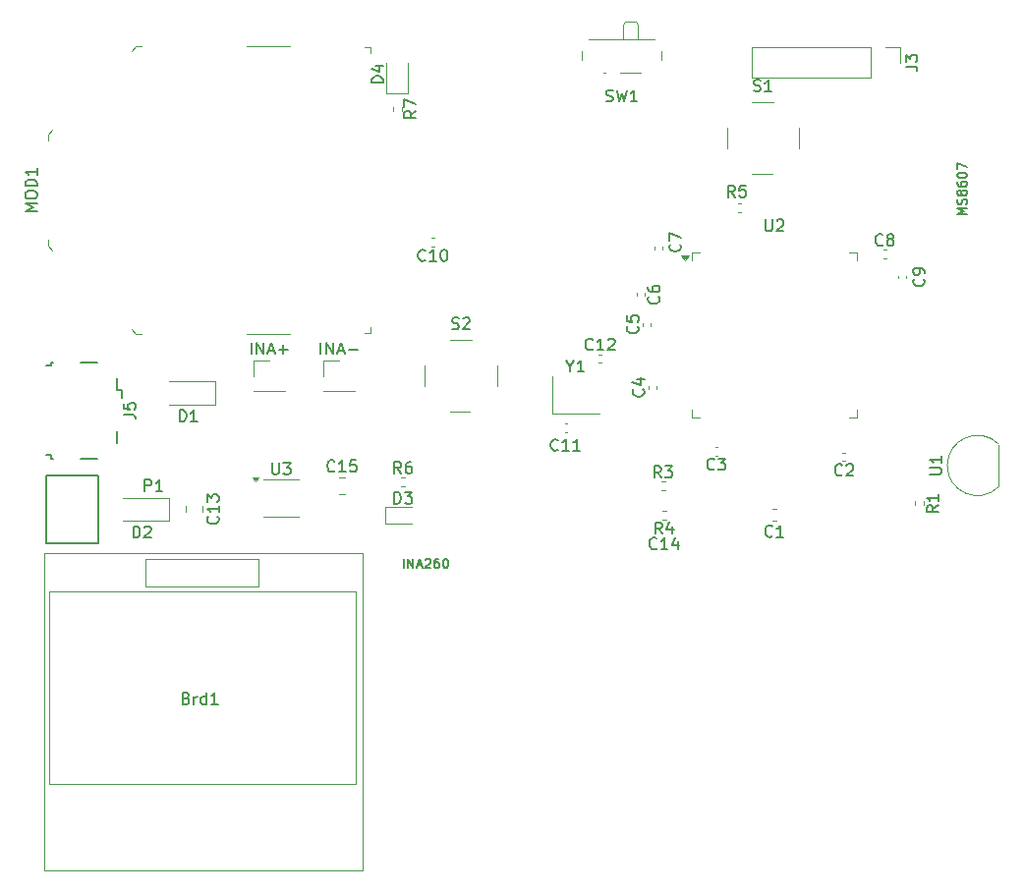
<source format=gbr>
%TF.GenerationSoftware,KiCad,Pcbnew,8.0.5*%
%TF.CreationDate,2024-11-27T11:25:18-05:00*%
%TF.ProjectId,Alfond PCB,416c666f-6e64-4205-9043-422e6b696361,rev?*%
%TF.SameCoordinates,Original*%
%TF.FileFunction,Legend,Top*%
%TF.FilePolarity,Positive*%
%FSLAX46Y46*%
G04 Gerber Fmt 4.6, Leading zero omitted, Abs format (unit mm)*
G04 Created by KiCad (PCBNEW 8.0.5) date 2024-11-27 11:25:18*
%MOMM*%
%LPD*%
G01*
G04 APERTURE LIST*
%ADD10C,0.150000*%
%ADD11C,0.146304*%
%ADD12C,0.120000*%
%ADD13C,0.127000*%
%ADD14C,0.100000*%
G04 APERTURE END LIST*
D10*
X206423809Y-76678628D02*
X206423809Y-77154819D01*
X206090476Y-76154819D02*
X206423809Y-76678628D01*
X206423809Y-76678628D02*
X206757142Y-76154819D01*
X207614285Y-77154819D02*
X207042857Y-77154819D01*
X207328571Y-77154819D02*
X207328571Y-76154819D01*
X207328571Y-76154819D02*
X207233333Y-76297676D01*
X207233333Y-76297676D02*
X207138095Y-76392914D01*
X207138095Y-76392914D02*
X207042857Y-76440533D01*
X193124819Y-54666666D02*
X192648628Y-54999999D01*
X193124819Y-55238094D02*
X192124819Y-55238094D01*
X192124819Y-55238094D02*
X192124819Y-54857142D01*
X192124819Y-54857142D02*
X192172438Y-54761904D01*
X192172438Y-54761904D02*
X192220057Y-54714285D01*
X192220057Y-54714285D02*
X192315295Y-54666666D01*
X192315295Y-54666666D02*
X192458152Y-54666666D01*
X192458152Y-54666666D02*
X192553390Y-54714285D01*
X192553390Y-54714285D02*
X192601009Y-54761904D01*
X192601009Y-54761904D02*
X192648628Y-54857142D01*
X192648628Y-54857142D02*
X192648628Y-55238094D01*
X192124819Y-54333332D02*
X192124819Y-53666666D01*
X192124819Y-53666666D02*
X193124819Y-54095237D01*
X180738095Y-85004819D02*
X180738095Y-85814342D01*
X180738095Y-85814342D02*
X180785714Y-85909580D01*
X180785714Y-85909580D02*
X180833333Y-85957200D01*
X180833333Y-85957200D02*
X180928571Y-86004819D01*
X180928571Y-86004819D02*
X181119047Y-86004819D01*
X181119047Y-86004819D02*
X181214285Y-85957200D01*
X181214285Y-85957200D02*
X181261904Y-85909580D01*
X181261904Y-85909580D02*
X181309523Y-85814342D01*
X181309523Y-85814342D02*
X181309523Y-85004819D01*
X181690476Y-85004819D02*
X182309523Y-85004819D01*
X182309523Y-85004819D02*
X181976190Y-85385771D01*
X181976190Y-85385771D02*
X182119047Y-85385771D01*
X182119047Y-85385771D02*
X182214285Y-85433390D01*
X182214285Y-85433390D02*
X182261904Y-85481009D01*
X182261904Y-85481009D02*
X182309523Y-85576247D01*
X182309523Y-85576247D02*
X182309523Y-85814342D01*
X182309523Y-85814342D02*
X182261904Y-85909580D01*
X182261904Y-85909580D02*
X182214285Y-85957200D01*
X182214285Y-85957200D02*
X182119047Y-86004819D01*
X182119047Y-86004819D02*
X181833333Y-86004819D01*
X181833333Y-86004819D02*
X181738095Y-85957200D01*
X181738095Y-85957200D02*
X181690476Y-85909580D01*
X223238095Y-64034819D02*
X223238095Y-64844342D01*
X223238095Y-64844342D02*
X223285714Y-64939580D01*
X223285714Y-64939580D02*
X223333333Y-64987200D01*
X223333333Y-64987200D02*
X223428571Y-65034819D01*
X223428571Y-65034819D02*
X223619047Y-65034819D01*
X223619047Y-65034819D02*
X223714285Y-64987200D01*
X223714285Y-64987200D02*
X223761904Y-64939580D01*
X223761904Y-64939580D02*
X223809523Y-64844342D01*
X223809523Y-64844342D02*
X223809523Y-64034819D01*
X224238095Y-64130057D02*
X224285714Y-64082438D01*
X224285714Y-64082438D02*
X224380952Y-64034819D01*
X224380952Y-64034819D02*
X224619047Y-64034819D01*
X224619047Y-64034819D02*
X224714285Y-64082438D01*
X224714285Y-64082438D02*
X224761904Y-64130057D01*
X224761904Y-64130057D02*
X224809523Y-64225295D01*
X224809523Y-64225295D02*
X224809523Y-64320533D01*
X224809523Y-64320533D02*
X224761904Y-64463390D01*
X224761904Y-64463390D02*
X224190476Y-65034819D01*
X224190476Y-65034819D02*
X224809523Y-65034819D01*
X193924642Y-67519580D02*
X193877023Y-67567200D01*
X193877023Y-67567200D02*
X193734166Y-67614819D01*
X193734166Y-67614819D02*
X193638928Y-67614819D01*
X193638928Y-67614819D02*
X193496071Y-67567200D01*
X193496071Y-67567200D02*
X193400833Y-67471961D01*
X193400833Y-67471961D02*
X193353214Y-67376723D01*
X193353214Y-67376723D02*
X193305595Y-67186247D01*
X193305595Y-67186247D02*
X193305595Y-67043390D01*
X193305595Y-67043390D02*
X193353214Y-66852914D01*
X193353214Y-66852914D02*
X193400833Y-66757676D01*
X193400833Y-66757676D02*
X193496071Y-66662438D01*
X193496071Y-66662438D02*
X193638928Y-66614819D01*
X193638928Y-66614819D02*
X193734166Y-66614819D01*
X193734166Y-66614819D02*
X193877023Y-66662438D01*
X193877023Y-66662438D02*
X193924642Y-66710057D01*
X194877023Y-67614819D02*
X194305595Y-67614819D01*
X194591309Y-67614819D02*
X194591309Y-66614819D01*
X194591309Y-66614819D02*
X194496071Y-66757676D01*
X194496071Y-66757676D02*
X194400833Y-66852914D01*
X194400833Y-66852914D02*
X194305595Y-66900533D01*
X195496071Y-66614819D02*
X195591309Y-66614819D01*
X195591309Y-66614819D02*
X195686547Y-66662438D01*
X195686547Y-66662438D02*
X195734166Y-66710057D01*
X195734166Y-66710057D02*
X195781785Y-66805295D01*
X195781785Y-66805295D02*
X195829404Y-66995771D01*
X195829404Y-66995771D02*
X195829404Y-67233866D01*
X195829404Y-67233866D02*
X195781785Y-67424342D01*
X195781785Y-67424342D02*
X195734166Y-67519580D01*
X195734166Y-67519580D02*
X195686547Y-67567200D01*
X195686547Y-67567200D02*
X195591309Y-67614819D01*
X195591309Y-67614819D02*
X195496071Y-67614819D01*
X195496071Y-67614819D02*
X195400833Y-67567200D01*
X195400833Y-67567200D02*
X195353214Y-67519580D01*
X195353214Y-67519580D02*
X195305595Y-67424342D01*
X195305595Y-67424342D02*
X195257976Y-67233866D01*
X195257976Y-67233866D02*
X195257976Y-66995771D01*
X195257976Y-66995771D02*
X195305595Y-66805295D01*
X195305595Y-66805295D02*
X195353214Y-66710057D01*
X195353214Y-66710057D02*
X195400833Y-66662438D01*
X195400833Y-66662438D02*
X195496071Y-66614819D01*
X178928572Y-75624819D02*
X178928572Y-74624819D01*
X179404762Y-75624819D02*
X179404762Y-74624819D01*
X179404762Y-74624819D02*
X179976190Y-75624819D01*
X179976190Y-75624819D02*
X179976190Y-74624819D01*
X180404762Y-75339104D02*
X180880952Y-75339104D01*
X180309524Y-75624819D02*
X180642857Y-74624819D01*
X180642857Y-74624819D02*
X180976190Y-75624819D01*
X181309524Y-75243866D02*
X182071429Y-75243866D01*
X181690476Y-75624819D02*
X181690476Y-74862914D01*
D11*
X192050528Y-94065687D02*
X192050528Y-93265687D01*
X192431480Y-94065687D02*
X192431480Y-93265687D01*
X192431480Y-93265687D02*
X192888623Y-94065687D01*
X192888623Y-94065687D02*
X192888623Y-93265687D01*
X193231479Y-93837115D02*
X193612432Y-93837115D01*
X193155289Y-94065687D02*
X193421956Y-93265687D01*
X193421956Y-93265687D02*
X193688622Y-94065687D01*
X193917193Y-93341877D02*
X193955289Y-93303782D01*
X193955289Y-93303782D02*
X194031479Y-93265687D01*
X194031479Y-93265687D02*
X194221955Y-93265687D01*
X194221955Y-93265687D02*
X194298146Y-93303782D01*
X194298146Y-93303782D02*
X194336241Y-93341877D01*
X194336241Y-93341877D02*
X194374336Y-93418068D01*
X194374336Y-93418068D02*
X194374336Y-93494258D01*
X194374336Y-93494258D02*
X194336241Y-93608544D01*
X194336241Y-93608544D02*
X193879098Y-94065687D01*
X193879098Y-94065687D02*
X194374336Y-94065687D01*
X195060051Y-93265687D02*
X194907670Y-93265687D01*
X194907670Y-93265687D02*
X194831479Y-93303782D01*
X194831479Y-93303782D02*
X194793384Y-93341877D01*
X194793384Y-93341877D02*
X194717194Y-93456163D01*
X194717194Y-93456163D02*
X194679098Y-93608544D01*
X194679098Y-93608544D02*
X194679098Y-93913306D01*
X194679098Y-93913306D02*
X194717194Y-93989496D01*
X194717194Y-93989496D02*
X194755289Y-94027592D01*
X194755289Y-94027592D02*
X194831479Y-94065687D01*
X194831479Y-94065687D02*
X194983860Y-94065687D01*
X194983860Y-94065687D02*
X195060051Y-94027592D01*
X195060051Y-94027592D02*
X195098146Y-93989496D01*
X195098146Y-93989496D02*
X195136241Y-93913306D01*
X195136241Y-93913306D02*
X195136241Y-93722830D01*
X195136241Y-93722830D02*
X195098146Y-93646639D01*
X195098146Y-93646639D02*
X195060051Y-93608544D01*
X195060051Y-93608544D02*
X194983860Y-93570449D01*
X194983860Y-93570449D02*
X194831479Y-93570449D01*
X194831479Y-93570449D02*
X194755289Y-93608544D01*
X194755289Y-93608544D02*
X194717194Y-93646639D01*
X194717194Y-93646639D02*
X194679098Y-93722830D01*
X195631480Y-93265687D02*
X195707670Y-93265687D01*
X195707670Y-93265687D02*
X195783861Y-93303782D01*
X195783861Y-93303782D02*
X195821956Y-93341877D01*
X195821956Y-93341877D02*
X195860051Y-93418068D01*
X195860051Y-93418068D02*
X195898146Y-93570449D01*
X195898146Y-93570449D02*
X195898146Y-93760925D01*
X195898146Y-93760925D02*
X195860051Y-93913306D01*
X195860051Y-93913306D02*
X195821956Y-93989496D01*
X195821956Y-93989496D02*
X195783861Y-94027592D01*
X195783861Y-94027592D02*
X195707670Y-94065687D01*
X195707670Y-94065687D02*
X195631480Y-94065687D01*
X195631480Y-94065687D02*
X195555289Y-94027592D01*
X195555289Y-94027592D02*
X195517194Y-93989496D01*
X195517194Y-93989496D02*
X195479099Y-93913306D01*
X195479099Y-93913306D02*
X195441003Y-93760925D01*
X195441003Y-93760925D02*
X195441003Y-93570449D01*
X195441003Y-93570449D02*
X195479099Y-93418068D01*
X195479099Y-93418068D02*
X195517194Y-93341877D01*
X195517194Y-93341877D02*
X195555289Y-93303782D01*
X195555289Y-93303782D02*
X195631480Y-93265687D01*
D10*
X184928572Y-75624819D02*
X184928572Y-74624819D01*
X185404762Y-75624819D02*
X185404762Y-74624819D01*
X185404762Y-74624819D02*
X185976190Y-75624819D01*
X185976190Y-75624819D02*
X185976190Y-74624819D01*
X186404762Y-75339104D02*
X186880952Y-75339104D01*
X186309524Y-75624819D02*
X186642857Y-74624819D01*
X186642857Y-74624819D02*
X186976190Y-75624819D01*
X187309524Y-75243866D02*
X188071429Y-75243866D01*
X236859580Y-69166666D02*
X236907200Y-69214285D01*
X236907200Y-69214285D02*
X236954819Y-69357142D01*
X236954819Y-69357142D02*
X236954819Y-69452380D01*
X236954819Y-69452380D02*
X236907200Y-69595237D01*
X236907200Y-69595237D02*
X236811961Y-69690475D01*
X236811961Y-69690475D02*
X236716723Y-69738094D01*
X236716723Y-69738094D02*
X236526247Y-69785713D01*
X236526247Y-69785713D02*
X236383390Y-69785713D01*
X236383390Y-69785713D02*
X236192914Y-69738094D01*
X236192914Y-69738094D02*
X236097676Y-69690475D01*
X236097676Y-69690475D02*
X236002438Y-69595237D01*
X236002438Y-69595237D02*
X235954819Y-69452380D01*
X235954819Y-69452380D02*
X235954819Y-69357142D01*
X235954819Y-69357142D02*
X236002438Y-69214285D01*
X236002438Y-69214285D02*
X236050057Y-69166666D01*
X236954819Y-68690475D02*
X236954819Y-68499999D01*
X236954819Y-68499999D02*
X236907200Y-68404761D01*
X236907200Y-68404761D02*
X236859580Y-68357142D01*
X236859580Y-68357142D02*
X236716723Y-68261904D01*
X236716723Y-68261904D02*
X236526247Y-68214285D01*
X236526247Y-68214285D02*
X236145295Y-68214285D01*
X236145295Y-68214285D02*
X236050057Y-68261904D01*
X236050057Y-68261904D02*
X236002438Y-68309523D01*
X236002438Y-68309523D02*
X235954819Y-68404761D01*
X235954819Y-68404761D02*
X235954819Y-68595237D01*
X235954819Y-68595237D02*
X236002438Y-68690475D01*
X236002438Y-68690475D02*
X236050057Y-68738094D01*
X236050057Y-68738094D02*
X236145295Y-68785713D01*
X236145295Y-68785713D02*
X236383390Y-68785713D01*
X236383390Y-68785713D02*
X236478628Y-68738094D01*
X236478628Y-68738094D02*
X236526247Y-68690475D01*
X236526247Y-68690475D02*
X236573866Y-68595237D01*
X236573866Y-68595237D02*
X236573866Y-68404761D01*
X236573866Y-68404761D02*
X236526247Y-68309523D01*
X236526247Y-68309523D02*
X236478628Y-68261904D01*
X236478628Y-68261904D02*
X236383390Y-68214285D01*
X220618333Y-62094819D02*
X220285000Y-61618628D01*
X220046905Y-62094819D02*
X220046905Y-61094819D01*
X220046905Y-61094819D02*
X220427857Y-61094819D01*
X220427857Y-61094819D02*
X220523095Y-61142438D01*
X220523095Y-61142438D02*
X220570714Y-61190057D01*
X220570714Y-61190057D02*
X220618333Y-61285295D01*
X220618333Y-61285295D02*
X220618333Y-61428152D01*
X220618333Y-61428152D02*
X220570714Y-61523390D01*
X220570714Y-61523390D02*
X220523095Y-61571009D01*
X220523095Y-61571009D02*
X220427857Y-61618628D01*
X220427857Y-61618628D02*
X220046905Y-61618628D01*
X221523095Y-61094819D02*
X221046905Y-61094819D01*
X221046905Y-61094819D02*
X220999286Y-61571009D01*
X220999286Y-61571009D02*
X221046905Y-61523390D01*
X221046905Y-61523390D02*
X221142143Y-61475771D01*
X221142143Y-61475771D02*
X221380238Y-61475771D01*
X221380238Y-61475771D02*
X221475476Y-61523390D01*
X221475476Y-61523390D02*
X221523095Y-61571009D01*
X221523095Y-61571009D02*
X221570714Y-61666247D01*
X221570714Y-61666247D02*
X221570714Y-61904342D01*
X221570714Y-61904342D02*
X221523095Y-61999580D01*
X221523095Y-61999580D02*
X221475476Y-62047200D01*
X221475476Y-62047200D02*
X221380238Y-62094819D01*
X221380238Y-62094819D02*
X221142143Y-62094819D01*
X221142143Y-62094819D02*
X221046905Y-62047200D01*
X221046905Y-62047200D02*
X220999286Y-61999580D01*
X214333333Y-91124819D02*
X214000000Y-90648628D01*
X213761905Y-91124819D02*
X213761905Y-90124819D01*
X213761905Y-90124819D02*
X214142857Y-90124819D01*
X214142857Y-90124819D02*
X214238095Y-90172438D01*
X214238095Y-90172438D02*
X214285714Y-90220057D01*
X214285714Y-90220057D02*
X214333333Y-90315295D01*
X214333333Y-90315295D02*
X214333333Y-90458152D01*
X214333333Y-90458152D02*
X214285714Y-90553390D01*
X214285714Y-90553390D02*
X214238095Y-90601009D01*
X214238095Y-90601009D02*
X214142857Y-90648628D01*
X214142857Y-90648628D02*
X213761905Y-90648628D01*
X215190476Y-90458152D02*
X215190476Y-91124819D01*
X214952381Y-90077200D02*
X214714286Y-90791485D01*
X214714286Y-90791485D02*
X215333333Y-90791485D01*
X237394819Y-85991904D02*
X238204342Y-85991904D01*
X238204342Y-85991904D02*
X238299580Y-85944285D01*
X238299580Y-85944285D02*
X238347200Y-85896666D01*
X238347200Y-85896666D02*
X238394819Y-85801428D01*
X238394819Y-85801428D02*
X238394819Y-85610952D01*
X238394819Y-85610952D02*
X238347200Y-85515714D01*
X238347200Y-85515714D02*
X238299580Y-85468095D01*
X238299580Y-85468095D02*
X238204342Y-85420476D01*
X238204342Y-85420476D02*
X237394819Y-85420476D01*
X238394819Y-84420476D02*
X238394819Y-84991904D01*
X238394819Y-84706190D02*
X237394819Y-84706190D01*
X237394819Y-84706190D02*
X237537676Y-84801428D01*
X237537676Y-84801428D02*
X237632914Y-84896666D01*
X237632914Y-84896666D02*
X237680533Y-84991904D01*
X214019580Y-70666666D02*
X214067200Y-70714285D01*
X214067200Y-70714285D02*
X214114819Y-70857142D01*
X214114819Y-70857142D02*
X214114819Y-70952380D01*
X214114819Y-70952380D02*
X214067200Y-71095237D01*
X214067200Y-71095237D02*
X213971961Y-71190475D01*
X213971961Y-71190475D02*
X213876723Y-71238094D01*
X213876723Y-71238094D02*
X213686247Y-71285713D01*
X213686247Y-71285713D02*
X213543390Y-71285713D01*
X213543390Y-71285713D02*
X213352914Y-71238094D01*
X213352914Y-71238094D02*
X213257676Y-71190475D01*
X213257676Y-71190475D02*
X213162438Y-71095237D01*
X213162438Y-71095237D02*
X213114819Y-70952380D01*
X213114819Y-70952380D02*
X213114819Y-70857142D01*
X213114819Y-70857142D02*
X213162438Y-70714285D01*
X213162438Y-70714285D02*
X213210057Y-70666666D01*
X213114819Y-69809523D02*
X213114819Y-69999999D01*
X213114819Y-69999999D02*
X213162438Y-70095237D01*
X213162438Y-70095237D02*
X213210057Y-70142856D01*
X213210057Y-70142856D02*
X213352914Y-70238094D01*
X213352914Y-70238094D02*
X213543390Y-70285713D01*
X213543390Y-70285713D02*
X213924342Y-70285713D01*
X213924342Y-70285713D02*
X214019580Y-70238094D01*
X214019580Y-70238094D02*
X214067200Y-70190475D01*
X214067200Y-70190475D02*
X214114819Y-70095237D01*
X214114819Y-70095237D02*
X214114819Y-69904761D01*
X214114819Y-69904761D02*
X214067200Y-69809523D01*
X214067200Y-69809523D02*
X214019580Y-69761904D01*
X214019580Y-69761904D02*
X213924342Y-69714285D01*
X213924342Y-69714285D02*
X213686247Y-69714285D01*
X213686247Y-69714285D02*
X213591009Y-69761904D01*
X213591009Y-69761904D02*
X213543390Y-69809523D01*
X213543390Y-69809523D02*
X213495771Y-69904761D01*
X213495771Y-69904761D02*
X213495771Y-70095237D01*
X213495771Y-70095237D02*
X213543390Y-70190475D01*
X213543390Y-70190475D02*
X213591009Y-70238094D01*
X213591009Y-70238094D02*
X213686247Y-70285713D01*
X168761905Y-91454819D02*
X168761905Y-90454819D01*
X168761905Y-90454819D02*
X169000000Y-90454819D01*
X169000000Y-90454819D02*
X169142857Y-90502438D01*
X169142857Y-90502438D02*
X169238095Y-90597676D01*
X169238095Y-90597676D02*
X169285714Y-90692914D01*
X169285714Y-90692914D02*
X169333333Y-90883390D01*
X169333333Y-90883390D02*
X169333333Y-91026247D01*
X169333333Y-91026247D02*
X169285714Y-91216723D01*
X169285714Y-91216723D02*
X169238095Y-91311961D01*
X169238095Y-91311961D02*
X169142857Y-91407200D01*
X169142857Y-91407200D02*
X169000000Y-91454819D01*
X169000000Y-91454819D02*
X168761905Y-91454819D01*
X169714286Y-90550057D02*
X169761905Y-90502438D01*
X169761905Y-90502438D02*
X169857143Y-90454819D01*
X169857143Y-90454819D02*
X170095238Y-90454819D01*
X170095238Y-90454819D02*
X170190476Y-90502438D01*
X170190476Y-90502438D02*
X170238095Y-90550057D01*
X170238095Y-90550057D02*
X170285714Y-90645295D01*
X170285714Y-90645295D02*
X170285714Y-90740533D01*
X170285714Y-90740533D02*
X170238095Y-90883390D01*
X170238095Y-90883390D02*
X169666667Y-91454819D01*
X169666667Y-91454819D02*
X170285714Y-91454819D01*
D11*
X240565687Y-63599471D02*
X239765687Y-63599471D01*
X239765687Y-63599471D02*
X240337115Y-63332805D01*
X240337115Y-63332805D02*
X239765687Y-63066138D01*
X239765687Y-63066138D02*
X240565687Y-63066138D01*
X240527592Y-62723281D02*
X240565687Y-62608995D01*
X240565687Y-62608995D02*
X240565687Y-62418519D01*
X240565687Y-62418519D02*
X240527592Y-62342328D01*
X240527592Y-62342328D02*
X240489496Y-62304233D01*
X240489496Y-62304233D02*
X240413306Y-62266138D01*
X240413306Y-62266138D02*
X240337115Y-62266138D01*
X240337115Y-62266138D02*
X240260925Y-62304233D01*
X240260925Y-62304233D02*
X240222830Y-62342328D01*
X240222830Y-62342328D02*
X240184734Y-62418519D01*
X240184734Y-62418519D02*
X240146639Y-62570900D01*
X240146639Y-62570900D02*
X240108544Y-62647090D01*
X240108544Y-62647090D02*
X240070449Y-62685185D01*
X240070449Y-62685185D02*
X239994258Y-62723281D01*
X239994258Y-62723281D02*
X239918068Y-62723281D01*
X239918068Y-62723281D02*
X239841877Y-62685185D01*
X239841877Y-62685185D02*
X239803782Y-62647090D01*
X239803782Y-62647090D02*
X239765687Y-62570900D01*
X239765687Y-62570900D02*
X239765687Y-62380423D01*
X239765687Y-62380423D02*
X239803782Y-62266138D01*
X240108544Y-61808995D02*
X240070449Y-61885185D01*
X240070449Y-61885185D02*
X240032353Y-61923280D01*
X240032353Y-61923280D02*
X239956163Y-61961376D01*
X239956163Y-61961376D02*
X239918068Y-61961376D01*
X239918068Y-61961376D02*
X239841877Y-61923280D01*
X239841877Y-61923280D02*
X239803782Y-61885185D01*
X239803782Y-61885185D02*
X239765687Y-61808995D01*
X239765687Y-61808995D02*
X239765687Y-61656614D01*
X239765687Y-61656614D02*
X239803782Y-61580423D01*
X239803782Y-61580423D02*
X239841877Y-61542328D01*
X239841877Y-61542328D02*
X239918068Y-61504233D01*
X239918068Y-61504233D02*
X239956163Y-61504233D01*
X239956163Y-61504233D02*
X240032353Y-61542328D01*
X240032353Y-61542328D02*
X240070449Y-61580423D01*
X240070449Y-61580423D02*
X240108544Y-61656614D01*
X240108544Y-61656614D02*
X240108544Y-61808995D01*
X240108544Y-61808995D02*
X240146639Y-61885185D01*
X240146639Y-61885185D02*
X240184734Y-61923280D01*
X240184734Y-61923280D02*
X240260925Y-61961376D01*
X240260925Y-61961376D02*
X240413306Y-61961376D01*
X240413306Y-61961376D02*
X240489496Y-61923280D01*
X240489496Y-61923280D02*
X240527592Y-61885185D01*
X240527592Y-61885185D02*
X240565687Y-61808995D01*
X240565687Y-61808995D02*
X240565687Y-61656614D01*
X240565687Y-61656614D02*
X240527592Y-61580423D01*
X240527592Y-61580423D02*
X240489496Y-61542328D01*
X240489496Y-61542328D02*
X240413306Y-61504233D01*
X240413306Y-61504233D02*
X240260925Y-61504233D01*
X240260925Y-61504233D02*
X240184734Y-61542328D01*
X240184734Y-61542328D02*
X240146639Y-61580423D01*
X240146639Y-61580423D02*
X240108544Y-61656614D01*
X239765687Y-60818518D02*
X239765687Y-60970899D01*
X239765687Y-60970899D02*
X239803782Y-61047090D01*
X239803782Y-61047090D02*
X239841877Y-61085185D01*
X239841877Y-61085185D02*
X239956163Y-61161375D01*
X239956163Y-61161375D02*
X240108544Y-61199471D01*
X240108544Y-61199471D02*
X240413306Y-61199471D01*
X240413306Y-61199471D02*
X240489496Y-61161375D01*
X240489496Y-61161375D02*
X240527592Y-61123280D01*
X240527592Y-61123280D02*
X240565687Y-61047090D01*
X240565687Y-61047090D02*
X240565687Y-60894709D01*
X240565687Y-60894709D02*
X240527592Y-60818518D01*
X240527592Y-60818518D02*
X240489496Y-60780423D01*
X240489496Y-60780423D02*
X240413306Y-60742328D01*
X240413306Y-60742328D02*
X240222830Y-60742328D01*
X240222830Y-60742328D02*
X240146639Y-60780423D01*
X240146639Y-60780423D02*
X240108544Y-60818518D01*
X240108544Y-60818518D02*
X240070449Y-60894709D01*
X240070449Y-60894709D02*
X240070449Y-61047090D01*
X240070449Y-61047090D02*
X240108544Y-61123280D01*
X240108544Y-61123280D02*
X240146639Y-61161375D01*
X240146639Y-61161375D02*
X240222830Y-61199471D01*
X239765687Y-60247089D02*
X239765687Y-60170899D01*
X239765687Y-60170899D02*
X239803782Y-60094708D01*
X239803782Y-60094708D02*
X239841877Y-60056613D01*
X239841877Y-60056613D02*
X239918068Y-60018518D01*
X239918068Y-60018518D02*
X240070449Y-59980423D01*
X240070449Y-59980423D02*
X240260925Y-59980423D01*
X240260925Y-59980423D02*
X240413306Y-60018518D01*
X240413306Y-60018518D02*
X240489496Y-60056613D01*
X240489496Y-60056613D02*
X240527592Y-60094708D01*
X240527592Y-60094708D02*
X240565687Y-60170899D01*
X240565687Y-60170899D02*
X240565687Y-60247089D01*
X240565687Y-60247089D02*
X240527592Y-60323280D01*
X240527592Y-60323280D02*
X240489496Y-60361375D01*
X240489496Y-60361375D02*
X240413306Y-60399470D01*
X240413306Y-60399470D02*
X240260925Y-60437566D01*
X240260925Y-60437566D02*
X240070449Y-60437566D01*
X240070449Y-60437566D02*
X239918068Y-60399470D01*
X239918068Y-60399470D02*
X239841877Y-60361375D01*
X239841877Y-60361375D02*
X239803782Y-60323280D01*
X239803782Y-60323280D02*
X239765687Y-60247089D01*
X239765687Y-59713756D02*
X239765687Y-59180422D01*
X239765687Y-59180422D02*
X240565687Y-59523280D01*
D10*
X205357142Y-83859580D02*
X205309523Y-83907200D01*
X205309523Y-83907200D02*
X205166666Y-83954819D01*
X205166666Y-83954819D02*
X205071428Y-83954819D01*
X205071428Y-83954819D02*
X204928571Y-83907200D01*
X204928571Y-83907200D02*
X204833333Y-83811961D01*
X204833333Y-83811961D02*
X204785714Y-83716723D01*
X204785714Y-83716723D02*
X204738095Y-83526247D01*
X204738095Y-83526247D02*
X204738095Y-83383390D01*
X204738095Y-83383390D02*
X204785714Y-83192914D01*
X204785714Y-83192914D02*
X204833333Y-83097676D01*
X204833333Y-83097676D02*
X204928571Y-83002438D01*
X204928571Y-83002438D02*
X205071428Y-82954819D01*
X205071428Y-82954819D02*
X205166666Y-82954819D01*
X205166666Y-82954819D02*
X205309523Y-83002438D01*
X205309523Y-83002438D02*
X205357142Y-83050057D01*
X206309523Y-83954819D02*
X205738095Y-83954819D01*
X206023809Y-83954819D02*
X206023809Y-82954819D01*
X206023809Y-82954819D02*
X205928571Y-83097676D01*
X205928571Y-83097676D02*
X205833333Y-83192914D01*
X205833333Y-83192914D02*
X205738095Y-83240533D01*
X207261904Y-83954819D02*
X206690476Y-83954819D01*
X206976190Y-83954819D02*
X206976190Y-82954819D01*
X206976190Y-82954819D02*
X206880952Y-83097676D01*
X206880952Y-83097676D02*
X206785714Y-83192914D01*
X206785714Y-83192914D02*
X206690476Y-83240533D01*
X209516667Y-53827200D02*
X209659524Y-53874819D01*
X209659524Y-53874819D02*
X209897619Y-53874819D01*
X209897619Y-53874819D02*
X209992857Y-53827200D01*
X209992857Y-53827200D02*
X210040476Y-53779580D01*
X210040476Y-53779580D02*
X210088095Y-53684342D01*
X210088095Y-53684342D02*
X210088095Y-53589104D01*
X210088095Y-53589104D02*
X210040476Y-53493866D01*
X210040476Y-53493866D02*
X209992857Y-53446247D01*
X209992857Y-53446247D02*
X209897619Y-53398628D01*
X209897619Y-53398628D02*
X209707143Y-53351009D01*
X209707143Y-53351009D02*
X209611905Y-53303390D01*
X209611905Y-53303390D02*
X209564286Y-53255771D01*
X209564286Y-53255771D02*
X209516667Y-53160533D01*
X209516667Y-53160533D02*
X209516667Y-53065295D01*
X209516667Y-53065295D02*
X209564286Y-52970057D01*
X209564286Y-52970057D02*
X209611905Y-52922438D01*
X209611905Y-52922438D02*
X209707143Y-52874819D01*
X209707143Y-52874819D02*
X209945238Y-52874819D01*
X209945238Y-52874819D02*
X210088095Y-52922438D01*
X210421429Y-52874819D02*
X210659524Y-53874819D01*
X210659524Y-53874819D02*
X210850000Y-53160533D01*
X210850000Y-53160533D02*
X211040476Y-53874819D01*
X211040476Y-53874819D02*
X211278572Y-52874819D01*
X212183333Y-53874819D02*
X211611905Y-53874819D01*
X211897619Y-53874819D02*
X211897619Y-52874819D01*
X211897619Y-52874819D02*
X211802381Y-53017676D01*
X211802381Y-53017676D02*
X211707143Y-53112914D01*
X211707143Y-53112914D02*
X211611905Y-53160533D01*
X172761905Y-81454819D02*
X172761905Y-80454819D01*
X172761905Y-80454819D02*
X173000000Y-80454819D01*
X173000000Y-80454819D02*
X173142857Y-80502438D01*
X173142857Y-80502438D02*
X173238095Y-80597676D01*
X173238095Y-80597676D02*
X173285714Y-80692914D01*
X173285714Y-80692914D02*
X173333333Y-80883390D01*
X173333333Y-80883390D02*
X173333333Y-81026247D01*
X173333333Y-81026247D02*
X173285714Y-81216723D01*
X173285714Y-81216723D02*
X173238095Y-81311961D01*
X173238095Y-81311961D02*
X173142857Y-81407200D01*
X173142857Y-81407200D02*
X173000000Y-81454819D01*
X173000000Y-81454819D02*
X172761905Y-81454819D01*
X174285714Y-81454819D02*
X173714286Y-81454819D01*
X174000000Y-81454819D02*
X174000000Y-80454819D01*
X174000000Y-80454819D02*
X173904762Y-80597676D01*
X173904762Y-80597676D02*
X173809524Y-80692914D01*
X173809524Y-80692914D02*
X173714286Y-80740533D01*
X218833333Y-85519580D02*
X218785714Y-85567200D01*
X218785714Y-85567200D02*
X218642857Y-85614819D01*
X218642857Y-85614819D02*
X218547619Y-85614819D01*
X218547619Y-85614819D02*
X218404762Y-85567200D01*
X218404762Y-85567200D02*
X218309524Y-85471961D01*
X218309524Y-85471961D02*
X218261905Y-85376723D01*
X218261905Y-85376723D02*
X218214286Y-85186247D01*
X218214286Y-85186247D02*
X218214286Y-85043390D01*
X218214286Y-85043390D02*
X218261905Y-84852914D01*
X218261905Y-84852914D02*
X218309524Y-84757676D01*
X218309524Y-84757676D02*
X218404762Y-84662438D01*
X218404762Y-84662438D02*
X218547619Y-84614819D01*
X218547619Y-84614819D02*
X218642857Y-84614819D01*
X218642857Y-84614819D02*
X218785714Y-84662438D01*
X218785714Y-84662438D02*
X218833333Y-84710057D01*
X219166667Y-84614819D02*
X219785714Y-84614819D01*
X219785714Y-84614819D02*
X219452381Y-84995771D01*
X219452381Y-84995771D02*
X219595238Y-84995771D01*
X219595238Y-84995771D02*
X219690476Y-85043390D01*
X219690476Y-85043390D02*
X219738095Y-85091009D01*
X219738095Y-85091009D02*
X219785714Y-85186247D01*
X219785714Y-85186247D02*
X219785714Y-85424342D01*
X219785714Y-85424342D02*
X219738095Y-85519580D01*
X219738095Y-85519580D02*
X219690476Y-85567200D01*
X219690476Y-85567200D02*
X219595238Y-85614819D01*
X219595238Y-85614819D02*
X219309524Y-85614819D01*
X219309524Y-85614819D02*
X219214286Y-85567200D01*
X219214286Y-85567200D02*
X219166667Y-85519580D01*
X215859580Y-66166666D02*
X215907200Y-66214285D01*
X215907200Y-66214285D02*
X215954819Y-66357142D01*
X215954819Y-66357142D02*
X215954819Y-66452380D01*
X215954819Y-66452380D02*
X215907200Y-66595237D01*
X215907200Y-66595237D02*
X215811961Y-66690475D01*
X215811961Y-66690475D02*
X215716723Y-66738094D01*
X215716723Y-66738094D02*
X215526247Y-66785713D01*
X215526247Y-66785713D02*
X215383390Y-66785713D01*
X215383390Y-66785713D02*
X215192914Y-66738094D01*
X215192914Y-66738094D02*
X215097676Y-66690475D01*
X215097676Y-66690475D02*
X215002438Y-66595237D01*
X215002438Y-66595237D02*
X214954819Y-66452380D01*
X214954819Y-66452380D02*
X214954819Y-66357142D01*
X214954819Y-66357142D02*
X215002438Y-66214285D01*
X215002438Y-66214285D02*
X215050057Y-66166666D01*
X214954819Y-65833332D02*
X214954819Y-65166666D01*
X214954819Y-65166666D02*
X215954819Y-65595237D01*
X233333333Y-66199580D02*
X233285714Y-66247200D01*
X233285714Y-66247200D02*
X233142857Y-66294819D01*
X233142857Y-66294819D02*
X233047619Y-66294819D01*
X233047619Y-66294819D02*
X232904762Y-66247200D01*
X232904762Y-66247200D02*
X232809524Y-66151961D01*
X232809524Y-66151961D02*
X232761905Y-66056723D01*
X232761905Y-66056723D02*
X232714286Y-65866247D01*
X232714286Y-65866247D02*
X232714286Y-65723390D01*
X232714286Y-65723390D02*
X232761905Y-65532914D01*
X232761905Y-65532914D02*
X232809524Y-65437676D01*
X232809524Y-65437676D02*
X232904762Y-65342438D01*
X232904762Y-65342438D02*
X233047619Y-65294819D01*
X233047619Y-65294819D02*
X233142857Y-65294819D01*
X233142857Y-65294819D02*
X233285714Y-65342438D01*
X233285714Y-65342438D02*
X233333333Y-65390057D01*
X233904762Y-65723390D02*
X233809524Y-65675771D01*
X233809524Y-65675771D02*
X233761905Y-65628152D01*
X233761905Y-65628152D02*
X233714286Y-65532914D01*
X233714286Y-65532914D02*
X233714286Y-65485295D01*
X233714286Y-65485295D02*
X233761905Y-65390057D01*
X233761905Y-65390057D02*
X233809524Y-65342438D01*
X233809524Y-65342438D02*
X233904762Y-65294819D01*
X233904762Y-65294819D02*
X234095238Y-65294819D01*
X234095238Y-65294819D02*
X234190476Y-65342438D01*
X234190476Y-65342438D02*
X234238095Y-65390057D01*
X234238095Y-65390057D02*
X234285714Y-65485295D01*
X234285714Y-65485295D02*
X234285714Y-65532914D01*
X234285714Y-65532914D02*
X234238095Y-65628152D01*
X234238095Y-65628152D02*
X234190476Y-65675771D01*
X234190476Y-65675771D02*
X234095238Y-65723390D01*
X234095238Y-65723390D02*
X233904762Y-65723390D01*
X233904762Y-65723390D02*
X233809524Y-65771009D01*
X233809524Y-65771009D02*
X233761905Y-65818628D01*
X233761905Y-65818628D02*
X233714286Y-65913866D01*
X233714286Y-65913866D02*
X233714286Y-66104342D01*
X233714286Y-66104342D02*
X233761905Y-66199580D01*
X233761905Y-66199580D02*
X233809524Y-66247200D01*
X233809524Y-66247200D02*
X233904762Y-66294819D01*
X233904762Y-66294819D02*
X234095238Y-66294819D01*
X234095238Y-66294819D02*
X234190476Y-66247200D01*
X234190476Y-66247200D02*
X234238095Y-66199580D01*
X234238095Y-66199580D02*
X234285714Y-66104342D01*
X234285714Y-66104342D02*
X234285714Y-65913866D01*
X234285714Y-65913866D02*
X234238095Y-65818628D01*
X234238095Y-65818628D02*
X234190476Y-65771009D01*
X234190476Y-65771009D02*
X234095238Y-65723390D01*
X208357142Y-75199580D02*
X208309523Y-75247200D01*
X208309523Y-75247200D02*
X208166666Y-75294819D01*
X208166666Y-75294819D02*
X208071428Y-75294819D01*
X208071428Y-75294819D02*
X207928571Y-75247200D01*
X207928571Y-75247200D02*
X207833333Y-75151961D01*
X207833333Y-75151961D02*
X207785714Y-75056723D01*
X207785714Y-75056723D02*
X207738095Y-74866247D01*
X207738095Y-74866247D02*
X207738095Y-74723390D01*
X207738095Y-74723390D02*
X207785714Y-74532914D01*
X207785714Y-74532914D02*
X207833333Y-74437676D01*
X207833333Y-74437676D02*
X207928571Y-74342438D01*
X207928571Y-74342438D02*
X208071428Y-74294819D01*
X208071428Y-74294819D02*
X208166666Y-74294819D01*
X208166666Y-74294819D02*
X208309523Y-74342438D01*
X208309523Y-74342438D02*
X208357142Y-74390057D01*
X209309523Y-75294819D02*
X208738095Y-75294819D01*
X209023809Y-75294819D02*
X209023809Y-74294819D01*
X209023809Y-74294819D02*
X208928571Y-74437676D01*
X208928571Y-74437676D02*
X208833333Y-74532914D01*
X208833333Y-74532914D02*
X208738095Y-74580533D01*
X209690476Y-74390057D02*
X209738095Y-74342438D01*
X209738095Y-74342438D02*
X209833333Y-74294819D01*
X209833333Y-74294819D02*
X210071428Y-74294819D01*
X210071428Y-74294819D02*
X210166666Y-74342438D01*
X210166666Y-74342438D02*
X210214285Y-74390057D01*
X210214285Y-74390057D02*
X210261904Y-74485295D01*
X210261904Y-74485295D02*
X210261904Y-74580533D01*
X210261904Y-74580533D02*
X210214285Y-74723390D01*
X210214285Y-74723390D02*
X209642857Y-75294819D01*
X209642857Y-75294819D02*
X210261904Y-75294819D01*
X169761306Y-87455194D02*
X169761306Y-86454383D01*
X169761306Y-86454383D02*
X170142567Y-86454383D01*
X170142567Y-86454383D02*
X170237883Y-86502041D01*
X170237883Y-86502041D02*
X170285540Y-86549699D01*
X170285540Y-86549699D02*
X170333198Y-86645014D01*
X170333198Y-86645014D02*
X170333198Y-86787987D01*
X170333198Y-86787987D02*
X170285540Y-86883302D01*
X170285540Y-86883302D02*
X170237883Y-86930960D01*
X170237883Y-86930960D02*
X170142567Y-86978618D01*
X170142567Y-86978618D02*
X169761306Y-86978618D01*
X171286351Y-87455194D02*
X170714459Y-87455194D01*
X171000405Y-87455194D02*
X171000405Y-86454383D01*
X171000405Y-86454383D02*
X170905090Y-86597356D01*
X170905090Y-86597356D02*
X170809775Y-86692672D01*
X170809775Y-86692672D02*
X170714459Y-86740329D01*
X222238095Y-52937200D02*
X222380952Y-52984819D01*
X222380952Y-52984819D02*
X222619047Y-52984819D01*
X222619047Y-52984819D02*
X222714285Y-52937200D01*
X222714285Y-52937200D02*
X222761904Y-52889580D01*
X222761904Y-52889580D02*
X222809523Y-52794342D01*
X222809523Y-52794342D02*
X222809523Y-52699104D01*
X222809523Y-52699104D02*
X222761904Y-52603866D01*
X222761904Y-52603866D02*
X222714285Y-52556247D01*
X222714285Y-52556247D02*
X222619047Y-52508628D01*
X222619047Y-52508628D02*
X222428571Y-52461009D01*
X222428571Y-52461009D02*
X222333333Y-52413390D01*
X222333333Y-52413390D02*
X222285714Y-52365771D01*
X222285714Y-52365771D02*
X222238095Y-52270533D01*
X222238095Y-52270533D02*
X222238095Y-52175295D01*
X222238095Y-52175295D02*
X222285714Y-52080057D01*
X222285714Y-52080057D02*
X222333333Y-52032438D01*
X222333333Y-52032438D02*
X222428571Y-51984819D01*
X222428571Y-51984819D02*
X222666666Y-51984819D01*
X222666666Y-51984819D02*
X222809523Y-52032438D01*
X223761904Y-52984819D02*
X223190476Y-52984819D01*
X223476190Y-52984819D02*
X223476190Y-51984819D01*
X223476190Y-51984819D02*
X223380952Y-52127676D01*
X223380952Y-52127676D02*
X223285714Y-52222914D01*
X223285714Y-52222914D02*
X223190476Y-52270533D01*
X160464819Y-63333332D02*
X159464819Y-63333332D01*
X159464819Y-63333332D02*
X160179104Y-62999999D01*
X160179104Y-62999999D02*
X159464819Y-62666666D01*
X159464819Y-62666666D02*
X160464819Y-62666666D01*
X159464819Y-61999999D02*
X159464819Y-61809523D01*
X159464819Y-61809523D02*
X159512438Y-61714285D01*
X159512438Y-61714285D02*
X159607676Y-61619047D01*
X159607676Y-61619047D02*
X159798152Y-61571428D01*
X159798152Y-61571428D02*
X160131485Y-61571428D01*
X160131485Y-61571428D02*
X160321961Y-61619047D01*
X160321961Y-61619047D02*
X160417200Y-61714285D01*
X160417200Y-61714285D02*
X160464819Y-61809523D01*
X160464819Y-61809523D02*
X160464819Y-61999999D01*
X160464819Y-61999999D02*
X160417200Y-62095237D01*
X160417200Y-62095237D02*
X160321961Y-62190475D01*
X160321961Y-62190475D02*
X160131485Y-62238094D01*
X160131485Y-62238094D02*
X159798152Y-62238094D01*
X159798152Y-62238094D02*
X159607676Y-62190475D01*
X159607676Y-62190475D02*
X159512438Y-62095237D01*
X159512438Y-62095237D02*
X159464819Y-61999999D01*
X160464819Y-61142856D02*
X159464819Y-61142856D01*
X159464819Y-61142856D02*
X159464819Y-60904761D01*
X159464819Y-60904761D02*
X159512438Y-60761904D01*
X159512438Y-60761904D02*
X159607676Y-60666666D01*
X159607676Y-60666666D02*
X159702914Y-60619047D01*
X159702914Y-60619047D02*
X159893390Y-60571428D01*
X159893390Y-60571428D02*
X160036247Y-60571428D01*
X160036247Y-60571428D02*
X160226723Y-60619047D01*
X160226723Y-60619047D02*
X160321961Y-60666666D01*
X160321961Y-60666666D02*
X160417200Y-60761904D01*
X160417200Y-60761904D02*
X160464819Y-60904761D01*
X160464819Y-60904761D02*
X160464819Y-61142856D01*
X160464819Y-59619047D02*
X160464819Y-60190475D01*
X160464819Y-59904761D02*
X159464819Y-59904761D01*
X159464819Y-59904761D02*
X159607676Y-59999999D01*
X159607676Y-59999999D02*
X159702914Y-60095237D01*
X159702914Y-60095237D02*
X159750533Y-60190475D01*
X167954819Y-80833333D02*
X168669104Y-80833333D01*
X168669104Y-80833333D02*
X168811961Y-80880952D01*
X168811961Y-80880952D02*
X168907200Y-80976190D01*
X168907200Y-80976190D02*
X168954819Y-81119047D01*
X168954819Y-81119047D02*
X168954819Y-81214285D01*
X167954819Y-79880952D02*
X167954819Y-80357142D01*
X167954819Y-80357142D02*
X168431009Y-80404761D01*
X168431009Y-80404761D02*
X168383390Y-80357142D01*
X168383390Y-80357142D02*
X168335771Y-80261904D01*
X168335771Y-80261904D02*
X168335771Y-80023809D01*
X168335771Y-80023809D02*
X168383390Y-79928571D01*
X168383390Y-79928571D02*
X168431009Y-79880952D01*
X168431009Y-79880952D02*
X168526247Y-79833333D01*
X168526247Y-79833333D02*
X168764342Y-79833333D01*
X168764342Y-79833333D02*
X168859580Y-79880952D01*
X168859580Y-79880952D02*
X168907200Y-79928571D01*
X168907200Y-79928571D02*
X168954819Y-80023809D01*
X168954819Y-80023809D02*
X168954819Y-80261904D01*
X168954819Y-80261904D02*
X168907200Y-80357142D01*
X168907200Y-80357142D02*
X168859580Y-80404761D01*
X235324819Y-50833333D02*
X236039104Y-50833333D01*
X236039104Y-50833333D02*
X236181961Y-50880952D01*
X236181961Y-50880952D02*
X236277200Y-50976190D01*
X236277200Y-50976190D02*
X236324819Y-51119047D01*
X236324819Y-51119047D02*
X236324819Y-51214285D01*
X235324819Y-50452380D02*
X235324819Y-49833333D01*
X235324819Y-49833333D02*
X235705771Y-50166666D01*
X235705771Y-50166666D02*
X235705771Y-50023809D01*
X235705771Y-50023809D02*
X235753390Y-49928571D01*
X235753390Y-49928571D02*
X235801009Y-49880952D01*
X235801009Y-49880952D02*
X235896247Y-49833333D01*
X235896247Y-49833333D02*
X236134342Y-49833333D01*
X236134342Y-49833333D02*
X236229580Y-49880952D01*
X236229580Y-49880952D02*
X236277200Y-49928571D01*
X236277200Y-49928571D02*
X236324819Y-50023809D01*
X236324819Y-50023809D02*
X236324819Y-50309523D01*
X236324819Y-50309523D02*
X236277200Y-50404761D01*
X236277200Y-50404761D02*
X236229580Y-50452380D01*
X212699580Y-78666666D02*
X212747200Y-78714285D01*
X212747200Y-78714285D02*
X212794819Y-78857142D01*
X212794819Y-78857142D02*
X212794819Y-78952380D01*
X212794819Y-78952380D02*
X212747200Y-79095237D01*
X212747200Y-79095237D02*
X212651961Y-79190475D01*
X212651961Y-79190475D02*
X212556723Y-79238094D01*
X212556723Y-79238094D02*
X212366247Y-79285713D01*
X212366247Y-79285713D02*
X212223390Y-79285713D01*
X212223390Y-79285713D02*
X212032914Y-79238094D01*
X212032914Y-79238094D02*
X211937676Y-79190475D01*
X211937676Y-79190475D02*
X211842438Y-79095237D01*
X211842438Y-79095237D02*
X211794819Y-78952380D01*
X211794819Y-78952380D02*
X211794819Y-78857142D01*
X211794819Y-78857142D02*
X211842438Y-78714285D01*
X211842438Y-78714285D02*
X211890057Y-78666666D01*
X212128152Y-77809523D02*
X212794819Y-77809523D01*
X211747200Y-78047618D02*
X212461485Y-78285713D01*
X212461485Y-78285713D02*
X212461485Y-77666666D01*
X176039580Y-89642857D02*
X176087200Y-89690476D01*
X176087200Y-89690476D02*
X176134819Y-89833333D01*
X176134819Y-89833333D02*
X176134819Y-89928571D01*
X176134819Y-89928571D02*
X176087200Y-90071428D01*
X176087200Y-90071428D02*
X175991961Y-90166666D01*
X175991961Y-90166666D02*
X175896723Y-90214285D01*
X175896723Y-90214285D02*
X175706247Y-90261904D01*
X175706247Y-90261904D02*
X175563390Y-90261904D01*
X175563390Y-90261904D02*
X175372914Y-90214285D01*
X175372914Y-90214285D02*
X175277676Y-90166666D01*
X175277676Y-90166666D02*
X175182438Y-90071428D01*
X175182438Y-90071428D02*
X175134819Y-89928571D01*
X175134819Y-89928571D02*
X175134819Y-89833333D01*
X175134819Y-89833333D02*
X175182438Y-89690476D01*
X175182438Y-89690476D02*
X175230057Y-89642857D01*
X176134819Y-88690476D02*
X176134819Y-89261904D01*
X176134819Y-88976190D02*
X175134819Y-88976190D01*
X175134819Y-88976190D02*
X175277676Y-89071428D01*
X175277676Y-89071428D02*
X175372914Y-89166666D01*
X175372914Y-89166666D02*
X175420533Y-89261904D01*
X175134819Y-88357142D02*
X175134819Y-87738095D01*
X175134819Y-87738095D02*
X175515771Y-88071428D01*
X175515771Y-88071428D02*
X175515771Y-87928571D01*
X175515771Y-87928571D02*
X175563390Y-87833333D01*
X175563390Y-87833333D02*
X175611009Y-87785714D01*
X175611009Y-87785714D02*
X175706247Y-87738095D01*
X175706247Y-87738095D02*
X175944342Y-87738095D01*
X175944342Y-87738095D02*
X176039580Y-87785714D01*
X176039580Y-87785714D02*
X176087200Y-87833333D01*
X176087200Y-87833333D02*
X176134819Y-87928571D01*
X176134819Y-87928571D02*
X176134819Y-88214285D01*
X176134819Y-88214285D02*
X176087200Y-88309523D01*
X176087200Y-88309523D02*
X176039580Y-88357142D01*
X223833333Y-91289580D02*
X223785714Y-91337200D01*
X223785714Y-91337200D02*
X223642857Y-91384819D01*
X223642857Y-91384819D02*
X223547619Y-91384819D01*
X223547619Y-91384819D02*
X223404762Y-91337200D01*
X223404762Y-91337200D02*
X223309524Y-91241961D01*
X223309524Y-91241961D02*
X223261905Y-91146723D01*
X223261905Y-91146723D02*
X223214286Y-90956247D01*
X223214286Y-90956247D02*
X223214286Y-90813390D01*
X223214286Y-90813390D02*
X223261905Y-90622914D01*
X223261905Y-90622914D02*
X223309524Y-90527676D01*
X223309524Y-90527676D02*
X223404762Y-90432438D01*
X223404762Y-90432438D02*
X223547619Y-90384819D01*
X223547619Y-90384819D02*
X223642857Y-90384819D01*
X223642857Y-90384819D02*
X223785714Y-90432438D01*
X223785714Y-90432438D02*
X223833333Y-90480057D01*
X224785714Y-91384819D02*
X224214286Y-91384819D01*
X224500000Y-91384819D02*
X224500000Y-90384819D01*
X224500000Y-90384819D02*
X224404762Y-90527676D01*
X224404762Y-90527676D02*
X224309524Y-90622914D01*
X224309524Y-90622914D02*
X224214286Y-90670533D01*
X191845833Y-85914819D02*
X191512500Y-85438628D01*
X191274405Y-85914819D02*
X191274405Y-84914819D01*
X191274405Y-84914819D02*
X191655357Y-84914819D01*
X191655357Y-84914819D02*
X191750595Y-84962438D01*
X191750595Y-84962438D02*
X191798214Y-85010057D01*
X191798214Y-85010057D02*
X191845833Y-85105295D01*
X191845833Y-85105295D02*
X191845833Y-85248152D01*
X191845833Y-85248152D02*
X191798214Y-85343390D01*
X191798214Y-85343390D02*
X191750595Y-85391009D01*
X191750595Y-85391009D02*
X191655357Y-85438628D01*
X191655357Y-85438628D02*
X191274405Y-85438628D01*
X192702976Y-84914819D02*
X192512500Y-84914819D01*
X192512500Y-84914819D02*
X192417262Y-84962438D01*
X192417262Y-84962438D02*
X192369643Y-85010057D01*
X192369643Y-85010057D02*
X192274405Y-85152914D01*
X192274405Y-85152914D02*
X192226786Y-85343390D01*
X192226786Y-85343390D02*
X192226786Y-85724342D01*
X192226786Y-85724342D02*
X192274405Y-85819580D01*
X192274405Y-85819580D02*
X192322024Y-85867200D01*
X192322024Y-85867200D02*
X192417262Y-85914819D01*
X192417262Y-85914819D02*
X192607738Y-85914819D01*
X192607738Y-85914819D02*
X192702976Y-85867200D01*
X192702976Y-85867200D02*
X192750595Y-85819580D01*
X192750595Y-85819580D02*
X192798214Y-85724342D01*
X192798214Y-85724342D02*
X192798214Y-85486247D01*
X192798214Y-85486247D02*
X192750595Y-85391009D01*
X192750595Y-85391009D02*
X192702976Y-85343390D01*
X192702976Y-85343390D02*
X192607738Y-85295771D01*
X192607738Y-85295771D02*
X192417262Y-85295771D01*
X192417262Y-85295771D02*
X192322024Y-85343390D01*
X192322024Y-85343390D02*
X192274405Y-85391009D01*
X192274405Y-85391009D02*
X192226786Y-85486247D01*
X214235833Y-86284819D02*
X213902500Y-85808628D01*
X213664405Y-86284819D02*
X213664405Y-85284819D01*
X213664405Y-85284819D02*
X214045357Y-85284819D01*
X214045357Y-85284819D02*
X214140595Y-85332438D01*
X214140595Y-85332438D02*
X214188214Y-85380057D01*
X214188214Y-85380057D02*
X214235833Y-85475295D01*
X214235833Y-85475295D02*
X214235833Y-85618152D01*
X214235833Y-85618152D02*
X214188214Y-85713390D01*
X214188214Y-85713390D02*
X214140595Y-85761009D01*
X214140595Y-85761009D02*
X214045357Y-85808628D01*
X214045357Y-85808628D02*
X213664405Y-85808628D01*
X214569167Y-85284819D02*
X215188214Y-85284819D01*
X215188214Y-85284819D02*
X214854881Y-85665771D01*
X214854881Y-85665771D02*
X214997738Y-85665771D01*
X214997738Y-85665771D02*
X215092976Y-85713390D01*
X215092976Y-85713390D02*
X215140595Y-85761009D01*
X215140595Y-85761009D02*
X215188214Y-85856247D01*
X215188214Y-85856247D02*
X215188214Y-86094342D01*
X215188214Y-86094342D02*
X215140595Y-86189580D01*
X215140595Y-86189580D02*
X215092976Y-86237200D01*
X215092976Y-86237200D02*
X214997738Y-86284819D01*
X214997738Y-86284819D02*
X214712024Y-86284819D01*
X214712024Y-86284819D02*
X214616786Y-86237200D01*
X214616786Y-86237200D02*
X214569167Y-86189580D01*
X238124819Y-88666666D02*
X237648628Y-88999999D01*
X238124819Y-89238094D02*
X237124819Y-89238094D01*
X237124819Y-89238094D02*
X237124819Y-88857142D01*
X237124819Y-88857142D02*
X237172438Y-88761904D01*
X237172438Y-88761904D02*
X237220057Y-88714285D01*
X237220057Y-88714285D02*
X237315295Y-88666666D01*
X237315295Y-88666666D02*
X237458152Y-88666666D01*
X237458152Y-88666666D02*
X237553390Y-88714285D01*
X237553390Y-88714285D02*
X237601009Y-88761904D01*
X237601009Y-88761904D02*
X237648628Y-88857142D01*
X237648628Y-88857142D02*
X237648628Y-89238094D01*
X238124819Y-87714285D02*
X238124819Y-88285713D01*
X238124819Y-87999999D02*
X237124819Y-87999999D01*
X237124819Y-87999999D02*
X237267676Y-88095237D01*
X237267676Y-88095237D02*
X237362914Y-88190475D01*
X237362914Y-88190475D02*
X237410533Y-88285713D01*
X191261905Y-88524819D02*
X191261905Y-87524819D01*
X191261905Y-87524819D02*
X191500000Y-87524819D01*
X191500000Y-87524819D02*
X191642857Y-87572438D01*
X191642857Y-87572438D02*
X191738095Y-87667676D01*
X191738095Y-87667676D02*
X191785714Y-87762914D01*
X191785714Y-87762914D02*
X191833333Y-87953390D01*
X191833333Y-87953390D02*
X191833333Y-88096247D01*
X191833333Y-88096247D02*
X191785714Y-88286723D01*
X191785714Y-88286723D02*
X191738095Y-88381961D01*
X191738095Y-88381961D02*
X191642857Y-88477200D01*
X191642857Y-88477200D02*
X191500000Y-88524819D01*
X191500000Y-88524819D02*
X191261905Y-88524819D01*
X192166667Y-87524819D02*
X192785714Y-87524819D01*
X192785714Y-87524819D02*
X192452381Y-87905771D01*
X192452381Y-87905771D02*
X192595238Y-87905771D01*
X192595238Y-87905771D02*
X192690476Y-87953390D01*
X192690476Y-87953390D02*
X192738095Y-88001009D01*
X192738095Y-88001009D02*
X192785714Y-88096247D01*
X192785714Y-88096247D02*
X192785714Y-88334342D01*
X192785714Y-88334342D02*
X192738095Y-88429580D01*
X192738095Y-88429580D02*
X192690476Y-88477200D01*
X192690476Y-88477200D02*
X192595238Y-88524819D01*
X192595238Y-88524819D02*
X192309524Y-88524819D01*
X192309524Y-88524819D02*
X192214286Y-88477200D01*
X192214286Y-88477200D02*
X192166667Y-88429580D01*
X173333333Y-105285009D02*
X173476190Y-105332628D01*
X173476190Y-105332628D02*
X173523809Y-105380247D01*
X173523809Y-105380247D02*
X173571428Y-105475485D01*
X173571428Y-105475485D02*
X173571428Y-105618342D01*
X173571428Y-105618342D02*
X173523809Y-105713580D01*
X173523809Y-105713580D02*
X173476190Y-105761200D01*
X173476190Y-105761200D02*
X173380952Y-105808819D01*
X173380952Y-105808819D02*
X173000000Y-105808819D01*
X173000000Y-105808819D02*
X173000000Y-104808819D01*
X173000000Y-104808819D02*
X173333333Y-104808819D01*
X173333333Y-104808819D02*
X173428571Y-104856438D01*
X173428571Y-104856438D02*
X173476190Y-104904057D01*
X173476190Y-104904057D02*
X173523809Y-104999295D01*
X173523809Y-104999295D02*
X173523809Y-105094533D01*
X173523809Y-105094533D02*
X173476190Y-105189771D01*
X173476190Y-105189771D02*
X173428571Y-105237390D01*
X173428571Y-105237390D02*
X173333333Y-105285009D01*
X173333333Y-105285009D02*
X173000000Y-105285009D01*
X174000000Y-105808819D02*
X174000000Y-105142152D01*
X174000000Y-105332628D02*
X174047619Y-105237390D01*
X174047619Y-105237390D02*
X174095238Y-105189771D01*
X174095238Y-105189771D02*
X174190476Y-105142152D01*
X174190476Y-105142152D02*
X174285714Y-105142152D01*
X175047619Y-105808819D02*
X175047619Y-104808819D01*
X175047619Y-105761200D02*
X174952381Y-105808819D01*
X174952381Y-105808819D02*
X174761905Y-105808819D01*
X174761905Y-105808819D02*
X174666667Y-105761200D01*
X174666667Y-105761200D02*
X174619048Y-105713580D01*
X174619048Y-105713580D02*
X174571429Y-105618342D01*
X174571429Y-105618342D02*
X174571429Y-105332628D01*
X174571429Y-105332628D02*
X174619048Y-105237390D01*
X174619048Y-105237390D02*
X174666667Y-105189771D01*
X174666667Y-105189771D02*
X174761905Y-105142152D01*
X174761905Y-105142152D02*
X174952381Y-105142152D01*
X174952381Y-105142152D02*
X175047619Y-105189771D01*
X176047619Y-105808819D02*
X175476191Y-105808819D01*
X175761905Y-105808819D02*
X175761905Y-104808819D01*
X175761905Y-104808819D02*
X175666667Y-104951676D01*
X175666667Y-104951676D02*
X175571429Y-105046914D01*
X175571429Y-105046914D02*
X175476191Y-105094533D01*
X196238095Y-73437200D02*
X196380952Y-73484819D01*
X196380952Y-73484819D02*
X196619047Y-73484819D01*
X196619047Y-73484819D02*
X196714285Y-73437200D01*
X196714285Y-73437200D02*
X196761904Y-73389580D01*
X196761904Y-73389580D02*
X196809523Y-73294342D01*
X196809523Y-73294342D02*
X196809523Y-73199104D01*
X196809523Y-73199104D02*
X196761904Y-73103866D01*
X196761904Y-73103866D02*
X196714285Y-73056247D01*
X196714285Y-73056247D02*
X196619047Y-73008628D01*
X196619047Y-73008628D02*
X196428571Y-72961009D01*
X196428571Y-72961009D02*
X196333333Y-72913390D01*
X196333333Y-72913390D02*
X196285714Y-72865771D01*
X196285714Y-72865771D02*
X196238095Y-72770533D01*
X196238095Y-72770533D02*
X196238095Y-72675295D01*
X196238095Y-72675295D02*
X196285714Y-72580057D01*
X196285714Y-72580057D02*
X196333333Y-72532438D01*
X196333333Y-72532438D02*
X196428571Y-72484819D01*
X196428571Y-72484819D02*
X196666666Y-72484819D01*
X196666666Y-72484819D02*
X196809523Y-72532438D01*
X197190476Y-72580057D02*
X197238095Y-72532438D01*
X197238095Y-72532438D02*
X197333333Y-72484819D01*
X197333333Y-72484819D02*
X197571428Y-72484819D01*
X197571428Y-72484819D02*
X197666666Y-72532438D01*
X197666666Y-72532438D02*
X197714285Y-72580057D01*
X197714285Y-72580057D02*
X197761904Y-72675295D01*
X197761904Y-72675295D02*
X197761904Y-72770533D01*
X197761904Y-72770533D02*
X197714285Y-72913390D01*
X197714285Y-72913390D02*
X197142857Y-73484819D01*
X197142857Y-73484819D02*
X197761904Y-73484819D01*
X186107142Y-85679580D02*
X186059523Y-85727200D01*
X186059523Y-85727200D02*
X185916666Y-85774819D01*
X185916666Y-85774819D02*
X185821428Y-85774819D01*
X185821428Y-85774819D02*
X185678571Y-85727200D01*
X185678571Y-85727200D02*
X185583333Y-85631961D01*
X185583333Y-85631961D02*
X185535714Y-85536723D01*
X185535714Y-85536723D02*
X185488095Y-85346247D01*
X185488095Y-85346247D02*
X185488095Y-85203390D01*
X185488095Y-85203390D02*
X185535714Y-85012914D01*
X185535714Y-85012914D02*
X185583333Y-84917676D01*
X185583333Y-84917676D02*
X185678571Y-84822438D01*
X185678571Y-84822438D02*
X185821428Y-84774819D01*
X185821428Y-84774819D02*
X185916666Y-84774819D01*
X185916666Y-84774819D02*
X186059523Y-84822438D01*
X186059523Y-84822438D02*
X186107142Y-84870057D01*
X187059523Y-85774819D02*
X186488095Y-85774819D01*
X186773809Y-85774819D02*
X186773809Y-84774819D01*
X186773809Y-84774819D02*
X186678571Y-84917676D01*
X186678571Y-84917676D02*
X186583333Y-85012914D01*
X186583333Y-85012914D02*
X186488095Y-85060533D01*
X187964285Y-84774819D02*
X187488095Y-84774819D01*
X187488095Y-84774819D02*
X187440476Y-85251009D01*
X187440476Y-85251009D02*
X187488095Y-85203390D01*
X187488095Y-85203390D02*
X187583333Y-85155771D01*
X187583333Y-85155771D02*
X187821428Y-85155771D01*
X187821428Y-85155771D02*
X187916666Y-85203390D01*
X187916666Y-85203390D02*
X187964285Y-85251009D01*
X187964285Y-85251009D02*
X188011904Y-85346247D01*
X188011904Y-85346247D02*
X188011904Y-85584342D01*
X188011904Y-85584342D02*
X187964285Y-85679580D01*
X187964285Y-85679580D02*
X187916666Y-85727200D01*
X187916666Y-85727200D02*
X187821428Y-85774819D01*
X187821428Y-85774819D02*
X187583333Y-85774819D01*
X187583333Y-85774819D02*
X187488095Y-85727200D01*
X187488095Y-85727200D02*
X187440476Y-85679580D01*
X213857142Y-92359580D02*
X213809523Y-92407200D01*
X213809523Y-92407200D02*
X213666666Y-92454819D01*
X213666666Y-92454819D02*
X213571428Y-92454819D01*
X213571428Y-92454819D02*
X213428571Y-92407200D01*
X213428571Y-92407200D02*
X213333333Y-92311961D01*
X213333333Y-92311961D02*
X213285714Y-92216723D01*
X213285714Y-92216723D02*
X213238095Y-92026247D01*
X213238095Y-92026247D02*
X213238095Y-91883390D01*
X213238095Y-91883390D02*
X213285714Y-91692914D01*
X213285714Y-91692914D02*
X213333333Y-91597676D01*
X213333333Y-91597676D02*
X213428571Y-91502438D01*
X213428571Y-91502438D02*
X213571428Y-91454819D01*
X213571428Y-91454819D02*
X213666666Y-91454819D01*
X213666666Y-91454819D02*
X213809523Y-91502438D01*
X213809523Y-91502438D02*
X213857142Y-91550057D01*
X214809523Y-92454819D02*
X214238095Y-92454819D01*
X214523809Y-92454819D02*
X214523809Y-91454819D01*
X214523809Y-91454819D02*
X214428571Y-91597676D01*
X214428571Y-91597676D02*
X214333333Y-91692914D01*
X214333333Y-91692914D02*
X214238095Y-91740533D01*
X215666666Y-91788152D02*
X215666666Y-92454819D01*
X215428571Y-91407200D02*
X215190476Y-92121485D01*
X215190476Y-92121485D02*
X215809523Y-92121485D01*
X229833333Y-86019580D02*
X229785714Y-86067200D01*
X229785714Y-86067200D02*
X229642857Y-86114819D01*
X229642857Y-86114819D02*
X229547619Y-86114819D01*
X229547619Y-86114819D02*
X229404762Y-86067200D01*
X229404762Y-86067200D02*
X229309524Y-85971961D01*
X229309524Y-85971961D02*
X229261905Y-85876723D01*
X229261905Y-85876723D02*
X229214286Y-85686247D01*
X229214286Y-85686247D02*
X229214286Y-85543390D01*
X229214286Y-85543390D02*
X229261905Y-85352914D01*
X229261905Y-85352914D02*
X229309524Y-85257676D01*
X229309524Y-85257676D02*
X229404762Y-85162438D01*
X229404762Y-85162438D02*
X229547619Y-85114819D01*
X229547619Y-85114819D02*
X229642857Y-85114819D01*
X229642857Y-85114819D02*
X229785714Y-85162438D01*
X229785714Y-85162438D02*
X229833333Y-85210057D01*
X230214286Y-85210057D02*
X230261905Y-85162438D01*
X230261905Y-85162438D02*
X230357143Y-85114819D01*
X230357143Y-85114819D02*
X230595238Y-85114819D01*
X230595238Y-85114819D02*
X230690476Y-85162438D01*
X230690476Y-85162438D02*
X230738095Y-85210057D01*
X230738095Y-85210057D02*
X230785714Y-85305295D01*
X230785714Y-85305295D02*
X230785714Y-85400533D01*
X230785714Y-85400533D02*
X230738095Y-85543390D01*
X230738095Y-85543390D02*
X230166667Y-86114819D01*
X230166667Y-86114819D02*
X230785714Y-86114819D01*
X190304819Y-52238094D02*
X189304819Y-52238094D01*
X189304819Y-52238094D02*
X189304819Y-51999999D01*
X189304819Y-51999999D02*
X189352438Y-51857142D01*
X189352438Y-51857142D02*
X189447676Y-51761904D01*
X189447676Y-51761904D02*
X189542914Y-51714285D01*
X189542914Y-51714285D02*
X189733390Y-51666666D01*
X189733390Y-51666666D02*
X189876247Y-51666666D01*
X189876247Y-51666666D02*
X190066723Y-51714285D01*
X190066723Y-51714285D02*
X190161961Y-51761904D01*
X190161961Y-51761904D02*
X190257200Y-51857142D01*
X190257200Y-51857142D02*
X190304819Y-51999999D01*
X190304819Y-51999999D02*
X190304819Y-52238094D01*
X189638152Y-50809523D02*
X190304819Y-50809523D01*
X189257200Y-51047618D02*
X189971485Y-51285713D01*
X189971485Y-51285713D02*
X189971485Y-50666666D01*
X212199580Y-73234166D02*
X212247200Y-73281785D01*
X212247200Y-73281785D02*
X212294819Y-73424642D01*
X212294819Y-73424642D02*
X212294819Y-73519880D01*
X212294819Y-73519880D02*
X212247200Y-73662737D01*
X212247200Y-73662737D02*
X212151961Y-73757975D01*
X212151961Y-73757975D02*
X212056723Y-73805594D01*
X212056723Y-73805594D02*
X211866247Y-73853213D01*
X211866247Y-73853213D02*
X211723390Y-73853213D01*
X211723390Y-73853213D02*
X211532914Y-73805594D01*
X211532914Y-73805594D02*
X211437676Y-73757975D01*
X211437676Y-73757975D02*
X211342438Y-73662737D01*
X211342438Y-73662737D02*
X211294819Y-73519880D01*
X211294819Y-73519880D02*
X211294819Y-73424642D01*
X211294819Y-73424642D02*
X211342438Y-73281785D01*
X211342438Y-73281785D02*
X211390057Y-73234166D01*
X211294819Y-72329404D02*
X211294819Y-72805594D01*
X211294819Y-72805594D02*
X211771009Y-72853213D01*
X211771009Y-72853213D02*
X211723390Y-72805594D01*
X211723390Y-72805594D02*
X211675771Y-72710356D01*
X211675771Y-72710356D02*
X211675771Y-72472261D01*
X211675771Y-72472261D02*
X211723390Y-72377023D01*
X211723390Y-72377023D02*
X211771009Y-72329404D01*
X211771009Y-72329404D02*
X211866247Y-72281785D01*
X211866247Y-72281785D02*
X212104342Y-72281785D01*
X212104342Y-72281785D02*
X212199580Y-72329404D01*
X212199580Y-72329404D02*
X212247200Y-72377023D01*
X212247200Y-72377023D02*
X212294819Y-72472261D01*
X212294819Y-72472261D02*
X212294819Y-72710356D01*
X212294819Y-72710356D02*
X212247200Y-72805594D01*
X212247200Y-72805594D02*
X212199580Y-72853213D01*
D12*
%TO.C,Y1*%
X204900000Y-77500000D02*
X204900000Y-80800000D01*
X204900000Y-80800000D02*
X208900000Y-80800000D01*
%TO.C,R7*%
X191120000Y-54332379D02*
X191120000Y-54667621D01*
X191880000Y-54332379D02*
X191880000Y-54667621D01*
%TO.C,U3*%
X181500000Y-86390000D02*
X180000000Y-86390000D01*
X181500000Y-86390000D02*
X183000000Y-86390000D01*
X181500000Y-89610000D02*
X180000000Y-89610000D01*
X181500000Y-89610000D02*
X183000000Y-89610000D01*
X179287500Y-86565000D02*
X179047500Y-86235000D01*
X179527500Y-86235000D01*
X179287500Y-86565000D01*
G36*
X179287500Y-86565000D02*
G01*
X179047500Y-86235000D01*
X179527500Y-86235000D01*
X179287500Y-86565000D01*
G37*
%TO.C,U2*%
X216890000Y-66890000D02*
X216890000Y-67590000D01*
X216890000Y-81110000D02*
X216890000Y-80410000D01*
X217590000Y-66890000D02*
X216890000Y-66890000D01*
X217590000Y-81110000D02*
X216890000Y-81110000D01*
X230410000Y-66890000D02*
X231110000Y-66890000D01*
X230410000Y-81110000D02*
X231110000Y-81110000D01*
X231110000Y-66890000D02*
X231110000Y-67590000D01*
X231110000Y-81110000D02*
X231110000Y-80410000D01*
X216262500Y-67590000D02*
X215922500Y-67120000D01*
X216602500Y-67120000D01*
X216262500Y-67590000D01*
G36*
X216262500Y-67590000D02*
G01*
X215922500Y-67120000D01*
X216602500Y-67120000D01*
X216262500Y-67590000D01*
G37*
%TO.C,C10*%
X194683335Y-65640000D02*
X194451665Y-65640000D01*
X194683335Y-66360000D02*
X194451665Y-66360000D01*
%TO.C,INA+*%
X179170000Y-76170000D02*
X180500000Y-76170000D01*
X179170000Y-77500000D02*
X179170000Y-76170000D01*
X179170000Y-78770000D02*
X179170000Y-78830000D01*
X179170000Y-78770000D02*
X181830000Y-78770000D01*
X179170000Y-78830000D02*
X181830000Y-78830000D01*
X181830000Y-78770000D02*
X181830000Y-78830000D01*
%TO.C,INA-*%
X185170000Y-76170000D02*
X186500000Y-76170000D01*
X185170000Y-77500000D02*
X185170000Y-76170000D01*
X185170000Y-78770000D02*
X185170000Y-78830000D01*
X185170000Y-78770000D02*
X187830000Y-78770000D01*
X185170000Y-78830000D02*
X187830000Y-78830000D01*
X187830000Y-78770000D02*
X187830000Y-78830000D01*
%TO.C,C9*%
X234640000Y-69115835D02*
X234640000Y-68884165D01*
X235360000Y-69115835D02*
X235360000Y-68884165D01*
%TO.C,R5*%
X220832379Y-62620000D02*
X221167621Y-62620000D01*
X220832379Y-63380000D02*
X221167621Y-63380000D01*
%TO.C,R4*%
X214667621Y-89120000D02*
X214332379Y-89120000D01*
X214667621Y-89880000D02*
X214332379Y-89880000D01*
%TO.C,U1*%
X243350000Y-87030000D02*
X243350000Y-83430000D01*
X238900000Y-85230000D02*
G75*
G02*
X243338478Y-83391522I2600000J0D01*
G01*
X243338478Y-87068478D02*
G75*
G02*
X238899999Y-85230000I-1838478J1838478D01*
G01*
%TO.C,C6*%
X212140000Y-70384165D02*
X212140000Y-70615835D01*
X212860000Y-70384165D02*
X212860000Y-70615835D01*
%TO.C,D2*%
X171860000Y-88000000D02*
X167850000Y-88000000D01*
X171860000Y-90000000D02*
X167850000Y-90000000D01*
X171860000Y-90000000D02*
X171860000Y-88000000D01*
%TO.C,C11*%
X205951665Y-81640000D02*
X206183335Y-81640000D01*
X205951665Y-82360000D02*
X206183335Y-82360000D01*
%TO.C,SW1*%
X207400000Y-49500000D02*
X207400000Y-50290000D01*
X209450000Y-51340000D02*
X209250000Y-51340000D01*
X210950000Y-47200000D02*
X210950000Y-48490000D01*
X210950000Y-47200000D02*
X211150000Y-46990000D01*
X212050000Y-46990000D02*
X211150000Y-46990000D01*
X212250000Y-47200000D02*
X212050000Y-46990000D01*
X212250000Y-48490000D02*
X212250000Y-47200000D01*
X212450000Y-51340000D02*
X210750000Y-51340000D01*
X213700000Y-48490000D02*
X208000000Y-48490000D01*
X214300000Y-50290000D02*
X214300000Y-49500000D01*
%TO.C,D1*%
X175860000Y-78000000D02*
X171850000Y-78000000D01*
X175860000Y-80000000D02*
X171850000Y-80000000D01*
X175860000Y-80000000D02*
X175860000Y-78000000D01*
%TO.C,C3*%
X219115835Y-83640000D02*
X218884165Y-83640000D01*
X219115835Y-84360000D02*
X218884165Y-84360000D01*
%TO.C,C7*%
X213640000Y-66384165D02*
X213640000Y-66615835D01*
X214360000Y-66384165D02*
X214360000Y-66615835D01*
%TO.C,C8*%
X233384165Y-66640000D02*
X233615835Y-66640000D01*
X233384165Y-67360000D02*
X233615835Y-67360000D01*
%TO.C,C12*%
X208884165Y-75640000D02*
X209115835Y-75640000D01*
X208884165Y-76360000D02*
X209115835Y-76360000D01*
D13*
%TO.C,P1*%
X161250000Y-86100000D02*
X165750000Y-86100000D01*
X161250000Y-91900000D02*
X161250000Y-86100000D01*
X165750000Y-86100000D02*
X165750000Y-91900000D01*
X165750000Y-91900000D02*
X161250000Y-91900000D01*
D14*
%TO.C,S1*%
X219900000Y-57000000D02*
X219900000Y-56100000D01*
X219900000Y-57000000D02*
X219900000Y-57900000D01*
X222100000Y-53900000D02*
X223900000Y-53900000D01*
X222100000Y-60100000D02*
X223800000Y-60100000D01*
X226100000Y-57000000D02*
X226100000Y-56100000D01*
X226100000Y-57000000D02*
X226100000Y-57900000D01*
%TO.C,MOD1*%
X161400000Y-56700000D02*
X161400000Y-57200000D01*
X161400000Y-56700000D02*
X161800000Y-56300000D01*
X161400000Y-66300000D02*
X161400000Y-65800000D01*
X161400000Y-66300000D02*
X161800000Y-66700000D01*
X169000000Y-49100000D02*
X168600000Y-49500000D01*
X169000000Y-49100000D02*
X169500000Y-49100000D01*
X169000000Y-73900000D02*
X168600000Y-73500000D01*
X169000000Y-73900000D02*
X169500000Y-73900000D01*
X178500000Y-49100000D02*
X182300000Y-49100000D01*
X178500000Y-73900000D02*
X182300000Y-73900000D01*
X189200000Y-49150000D02*
X188700000Y-49150000D01*
X189200000Y-49150000D02*
X189200000Y-49650000D01*
X189200000Y-73850000D02*
X188700000Y-73850000D01*
X189200000Y-73850000D02*
X189200000Y-73350000D01*
D10*
%TO.C,J5*%
X161250000Y-84350000D02*
X161700000Y-84350000D01*
X161700000Y-76350000D02*
X161700000Y-76650000D01*
X161700000Y-76650000D02*
X161250000Y-76650000D01*
X161700000Y-84350000D02*
X161700000Y-84650000D01*
X161700000Y-84650000D02*
X161850000Y-84650000D01*
X161850000Y-76350000D02*
X161700000Y-76350000D01*
X164250000Y-84650000D02*
X165650000Y-84650000D01*
X165650000Y-76350000D02*
X164250000Y-76350000D01*
X167400000Y-78700000D02*
X167400000Y-77700000D01*
X167400000Y-82300000D02*
X167400000Y-83300000D01*
X167825000Y-78700000D02*
X167400000Y-78700000D01*
X167825000Y-79425000D02*
X167825000Y-78700000D01*
D12*
%TO.C,J3*%
X222050000Y-49170000D02*
X222050000Y-51830000D01*
X232270000Y-49170000D02*
X222050000Y-49170000D01*
X232270000Y-49170000D02*
X232270000Y-51830000D01*
X232270000Y-51830000D02*
X222050000Y-51830000D01*
X233540000Y-49170000D02*
X234870000Y-49170000D01*
X234870000Y-49170000D02*
X234870000Y-50500000D01*
%TO.C,C4*%
X213140000Y-78615835D02*
X213140000Y-78384165D01*
X213860000Y-78615835D02*
X213860000Y-78384165D01*
%TO.C,C13*%
X173265000Y-88738748D02*
X173265000Y-89261252D01*
X174735000Y-88738748D02*
X174735000Y-89261252D01*
%TO.C,C1*%
X224140580Y-88990000D02*
X223859420Y-88990000D01*
X224140580Y-90010000D02*
X223859420Y-90010000D01*
%TO.C,R6*%
X191844879Y-86250000D02*
X192180121Y-86250000D01*
X191844879Y-87010000D02*
X192180121Y-87010000D01*
%TO.C,R3*%
X214234879Y-86620000D02*
X214570121Y-86620000D01*
X214234879Y-87380000D02*
X214570121Y-87380000D01*
%TO.C,R1*%
X236120000Y-88332379D02*
X236120000Y-88667621D01*
X236880000Y-88332379D02*
X236880000Y-88667621D01*
%TO.C,D3*%
X190515000Y-88765000D02*
X190515000Y-90235000D01*
X190515000Y-90235000D02*
X192800000Y-90235000D01*
X192800000Y-88765000D02*
X190515000Y-88765000D01*
%TO.C,Brd1*%
X161100000Y-92800000D02*
X188500000Y-92800000D01*
X161100000Y-120100000D02*
X161100000Y-92800000D01*
X161522000Y-96095000D02*
X184622000Y-96095000D01*
X161522000Y-112695000D02*
X161522000Y-96095000D01*
X169801000Y-93289000D02*
X169801000Y-95702000D01*
X169801000Y-93289000D02*
X179580000Y-93289000D01*
X179580000Y-93289000D02*
X179580000Y-95702000D01*
X179580000Y-95702000D02*
X169801000Y-95702000D01*
X184622000Y-96095000D02*
X187708000Y-96095000D01*
X184622000Y-112695000D02*
X161522000Y-112695000D01*
X184622000Y-112695000D02*
X187962000Y-112720000D01*
X187962000Y-96083000D02*
X187708000Y-96095000D01*
X187962000Y-112720000D02*
X187962000Y-96083000D01*
X188500000Y-92800000D02*
X188500000Y-120100000D01*
X188500000Y-120100000D02*
X161100000Y-120100000D01*
D14*
%TO.C,S2*%
X193900000Y-77500000D02*
X193900000Y-76600000D01*
X193900000Y-77500000D02*
X193900000Y-78400000D01*
X196100000Y-74400000D02*
X197900000Y-74400000D01*
X196100000Y-80600000D02*
X197800000Y-80600000D01*
X200100000Y-77500000D02*
X200100000Y-76600000D01*
X200100000Y-77500000D02*
X200100000Y-78400000D01*
D12*
%TO.C,C15*%
X186488748Y-86265000D02*
X187011252Y-86265000D01*
X186488748Y-87735000D02*
X187011252Y-87735000D01*
%TO.C,C2*%
X230115835Y-84140000D02*
X229884165Y-84140000D01*
X230115835Y-84860000D02*
X229884165Y-84860000D01*
%TO.C,D4*%
X190540000Y-50500000D02*
X190540000Y-53185000D01*
X190540000Y-53185000D02*
X192460000Y-53185000D01*
X192460000Y-53185000D02*
X192460000Y-50500000D01*
%TO.C,C5*%
X212640000Y-73183335D02*
X212640000Y-72951665D01*
X213360000Y-73183335D02*
X213360000Y-72951665D01*
%TD*%
M02*

</source>
